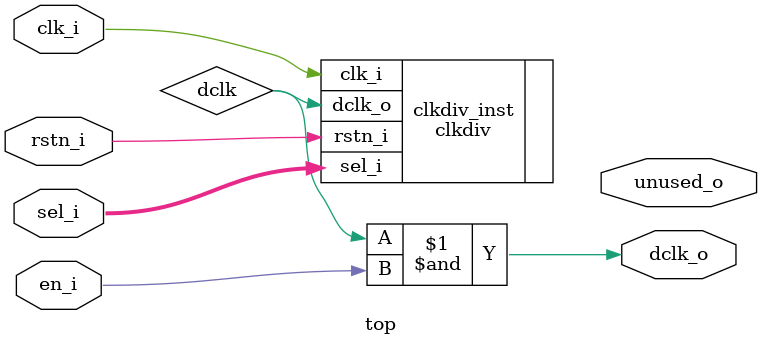
<source format=v>
module top(
    clk_i,
    rstn_i,
    sel_i,
    dclk_o,
    en_i,
    unused_o
);

input   wire            clk_i;
input   wire            rstn_i;
input   wire    [1:0]   sel_i;
output  wire            dclk_o;
input   wire            en_i;
output  wire            unused_o;

wire    dclk;

clkdiv clkdiv_inst(
    .clk_i(clk_i), 
    .rstn_i(rstn_i), 
    .sel_i(sel_i),
    .dclk_o(dclk)
);

assign dclk_o = dclk&en_i;

endmodule

</source>
